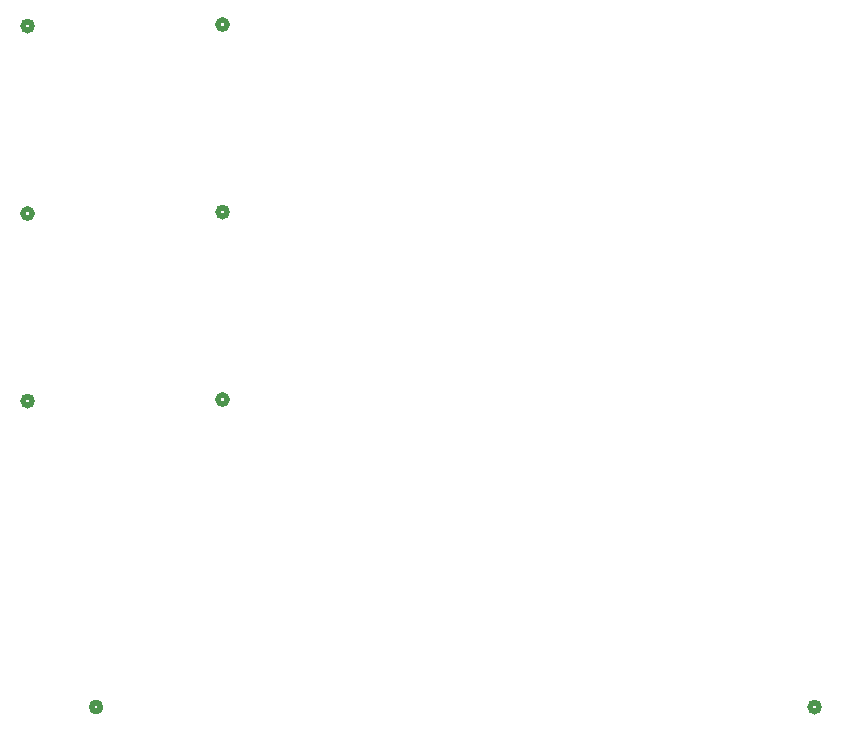
<source format=gbr>
%TF.GenerationSoftware,KiCad,Pcbnew,7.0.7*%
%TF.CreationDate,2024-02-11T13:41:50-05:00*%
%TF.ProjectId,Frosti,46726f73-7469-42e6-9b69-6361645f7063,rev?*%
%TF.SameCoordinates,Original*%
%TF.FileFunction,Legend,Bot*%
%TF.FilePolarity,Positive*%
%FSLAX46Y46*%
G04 Gerber Fmt 4.6, Leading zero omitted, Abs format (unit mm)*
G04 Created by KiCad (PCBNEW 7.0.7) date 2024-02-11 13:41:50*
%MOMM*%
%LPD*%
G01*
G04 APERTURE LIST*
%ADD10C,0.508000*%
G04 APERTURE END LIST*
D10*
%TO.C,U5*%
X175601000Y-130810000D02*
G75*
G03*
X175601000Y-130810000I-381000J0D01*
G01*
%TO.C,U11*%
X114766100Y-130810000D02*
G75*
G03*
X114766100Y-130810000I-381000J0D01*
G01*
%TO.C,U6*%
X108966000Y-73150000D02*
G75*
G03*
X108966000Y-73150000I-381000J0D01*
G01*
%TO.C,U2*%
X125476000Y-73025000D02*
G75*
G03*
X125476000Y-73025000I-381000J0D01*
G01*
%TO.C,U1*%
X125476000Y-88900000D02*
G75*
G03*
X125476000Y-88900000I-381000J0D01*
G01*
%TO.C,U3*%
X125476000Y-104775000D02*
G75*
G03*
X125476000Y-104775000I-381000J0D01*
G01*
%TO.C,U8*%
X108966000Y-104900000D02*
G75*
G03*
X108966000Y-104900000I-381000J0D01*
G01*
%TO.C,U7*%
X108966000Y-89025000D02*
G75*
G03*
X108966000Y-89025000I-381000J0D01*
G01*
%TD*%
M02*

</source>
